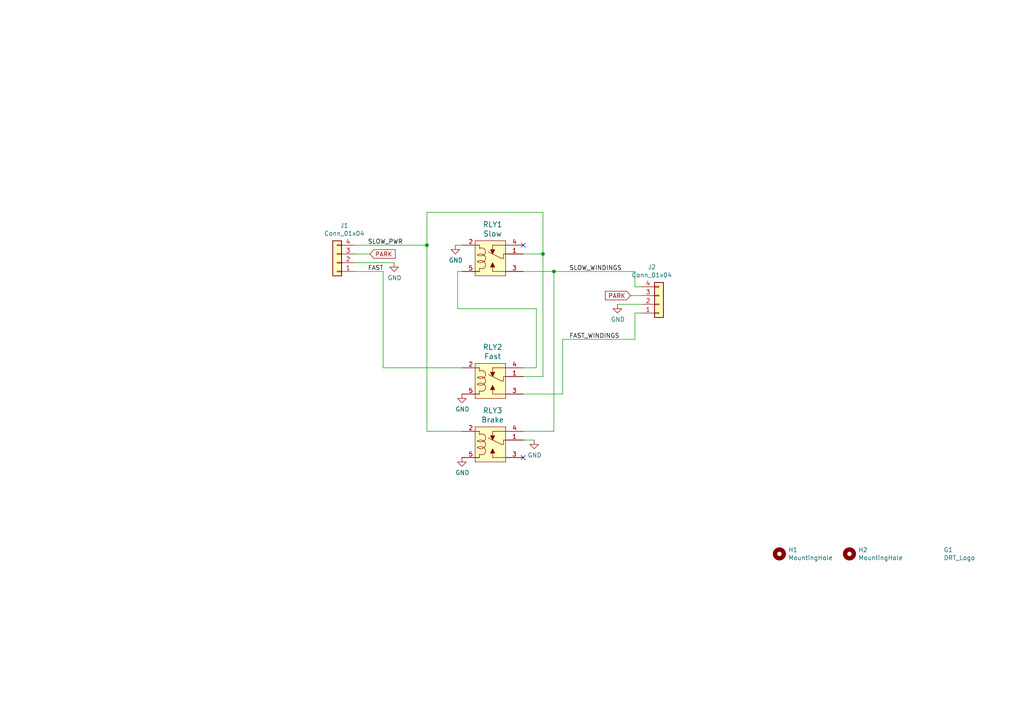
<source format=kicad_sch>
(kicad_sch (version 20230121) (generator eeschema)
  (paper "A4")
  (lib_symbols
    (symbol "Connector_Generic:Conn_01x04" (pin_names (offset 1.016) hide)
      (property "Reference" "J" (at 0 5.08 0))
      (property "Value" "Conn_01x04" (at 0 -7.62 0))
      (symbol "Conn_01x04_1_1"
        (rectangle (start -1.27 -4.953) (end 0 -5.207) (stroke (width 0.1524)))
        (rectangle (start -1.27 -2.413) (end 0 -2.667) (stroke (width 0.1524)))
        (rectangle (start -1.27 0.127) (end 0 -0.127) (stroke (width 0.1524)))
        (rectangle (start -1.27 2.667) (end 0 2.413) (stroke (width 0.1524)))
        (rectangle (start -1.27 3.81) (end 1.27 -6.35) (stroke (width 0.254)) (fill (type background)))
        (pin passive line (at -5.08 2.54 0) (length 3.81) (name "Pin_1") (number "1"))
        (pin passive line (at -5.08 0 0) (length 3.81) (name "Pin_2") (number "2"))
        (pin passive line (at -5.08 -2.54 0) (length 3.81) (name "Pin_3") (number "3"))
        (pin passive line (at -5.08 -5.08 0) (length 3.81) (name "Pin_4") (number "4"))
      )
    )
    (symbol "DRT_Logo:DRT_Logo" (pin_names (offset 1.016))
      (property "Reference" "G" (at 0 2.54 0))
      (property "Value" "DRT_Logo" (at 0 0 0))
    )
    (symbol "Mechanical:MountingHole" (pin_names (offset 1.016))
      (property "Reference" "H" (at 0 5.08 0))
      (property "Value" "MountingHole" (at 0 3.175 0))
      (symbol "MountingHole_0_1"
        (circle (center 0 0) (radius 1.27) (stroke (width 1.27)))
      )
    )
    (symbol "dk_Automotive-Relays:JSM1-12V-5" (pin_names (offset 0.0254) hide)
      (property "Reference" "RLY" (at -3.81 5.08 0))
      (property "Value" "JSM1-12V-5" (at 1.27 -8.89 0))
      (symbol "JSM1-12V-5_0_1"
        (rectangle (start -3.81 3.81) (end 5.08 -6.35) (fill (type background)))
        (arc (start -3.175 -2.2098) (mid -2.2251 -2.5197) (end -1.27 -2.2098))
        (arc (start -3.175 -0.3048) (mid -2.2212 -0.5353) (end -1.27 -0.3048))
        (arc (start -2.54 -4.1148) (mid -1.905 -4.2647) (end -1.27 -4.1148))
        (arc (start -1.27 -4.1148) (mid -0.7708 -3.168) (end -1.27 -2.2098))
        (arc (start -1.27 -2.2098) (mid -2.2199 -1.8999) (end -3.175 -2.2098))
        (arc (start -1.27 -2.2098) (mid -0.7708 -1.263) (end -1.27 -0.3048))
        (arc (start -1.27 -0.3048) (mid -2.2199 0.0051) (end -3.175 -0.3048))
        (arc (start -1.27 -0.3048) (mid -0.7708 0.642) (end -1.27 1.6002))
        (arc (start -1.27 1.6002) (mid -1.905 1.7501) (end -2.54 1.6002))
        (polyline (pts (xy -2.54 -5.0546) (xy -2.54 -4.1148)))
        (polyline (pts (xy -2.54 1.6002) (xy -2.54 2.54)))
        (polyline (pts (xy 1.27 -5.08) (xy 4.445 -5.08)))
        (polyline (pts (xy 3.81 -1.27) (xy 0 0.635)))
        (polyline (pts (xy 4.445 2.54) (xy 1.27 2.54)))
        (polyline (pts (xy 5.08 -5.08) (xy 4.445 -5.08)))
        (polyline (pts (xy 5.08 0) (xy 4.445 0)))
        (polyline (pts (xy 5.08 2.54) (xy 4.445 2.54)))
        (polyline (pts (xy 4.445 0) (xy 4.445 -1.27) (xy 3.81 -1.27)))
        (polyline (pts (xy 1.27 -5.08) (xy 1.27 -3.81) (xy 0.635 -3.81) (xy 1.27 -2.54) (xy 1.905 -3.81) (xy 1.27 -3.81)) (fill (type outline)))
        (polyline (pts (xy 1.27 2.54) (xy 1.27 1.27) (xy 0.635 1.27) (xy 1.27 0) (xy 1.905 1.27) (xy 1.27 1.27)) (fill (type outline)))
      )
      (symbol "JSM1-12V-5_1_1"
        (pin passive line (at 10.16 0 180) (length 5.08) (name "COM") (number "1"))
        (pin input line (at -7.62 2.54 0) (length 5.08) (name "~") (number "2"))
        (pin passive line (at 10.16 -5.08 180) (length 5.08) (name "NO") (number "3"))
        (pin passive line (at 10.16 2.54 180) (length 5.08) (name "NC") (number "4"))
        (pin input line (at -7.62 -5.08 0) (length 5.08) (name "~") (number "5"))
      )
    )
    (symbol "power:GND" (power) (pin_names (offset 0))
      (property "Value" "GND" (at 0 -3.81 0))
      (symbol "GND_0_1"
        (polyline (pts (xy 0 0) (xy 0 -1.27) (xy 1.27 -1.27) (xy 0 -2.54) (xy -1.27 -1.27) (xy 0 -1.27)))
      )
      (symbol "GND_1_1"
        (pin power_in line (at 0 0 270) (length 0) hide (name "GND") (number "1"))
      )
    )
  )
  (junction (at 160.655 78.74))
  (junction (at 123.825 71.12))
  (junction (at 157.48 73.66))
  (no_connect (at 151.765 132.715))
  (no_connect (at 151.765 71.12))
  (wire (pts (xy 160.655 78.74) (xy 184.15 78.74)))
  (wire (pts (xy 111.125 78.74) (xy 111.125 106.68)))
  (wire (pts (xy 151.765 106.68) (xy 155.575 106.68)))
  (wire (pts (xy 132.715 78.74) (xy 133.985 78.74)))
  (wire (pts (xy 123.825 125.095) (xy 133.985 125.095)))
  (wire (pts (xy 184.15 83.185) (xy 186.055 83.185)))
  (wire (pts (xy 184.15 90.805) (xy 186.055 90.805)))
  (wire (pts (xy 186.055 88.265) (xy 179.07 88.265)))
  (wire (pts (xy 155.575 106.68) (xy 155.575 89.535)))
  (wire (pts (xy 107.315 73.66) (xy 102.87 73.66)))
  (wire (pts (xy 155.575 89.535) (xy 132.715 89.535)))
  (wire (pts (xy 111.125 106.68) (xy 133.985 106.68)))
  (wire (pts (xy 184.15 78.74) (xy 184.15 83.185)))
  (wire (pts (xy 151.765 114.3) (xy 163.195 114.3)))
  (wire (pts (xy 151.765 73.66) (xy 157.48 73.66)))
  (wire (pts (xy 163.195 98.425) (xy 163.195 114.3)))
  (wire (pts (xy 132.715 89.535) (xy 132.715 78.74)))
  (wire (pts (xy 151.765 78.74) (xy 160.655 78.74)))
  (wire (pts (xy 163.195 98.425) (xy 184.15 98.425)))
  (wire (pts (xy 133.985 71.12) (xy 132.08 71.12)))
  (wire (pts (xy 123.825 61.595) (xy 157.48 61.595)))
  (wire (pts (xy 123.825 71.12) (xy 123.825 125.095)))
  (wire (pts (xy 160.655 125.095) (xy 160.655 78.74)))
  (wire (pts (xy 157.48 109.22) (xy 151.765 109.22)))
  (wire (pts (xy 154.94 127.635) (xy 151.765 127.635)))
  (wire (pts (xy 182.88 85.725) (xy 186.055 85.725)))
  (wire (pts (xy 114.3 76.2) (xy 102.87 76.2)))
  (wire (pts (xy 151.765 125.095) (xy 160.655 125.095)))
  (wire (pts (xy 102.87 78.74) (xy 111.125 78.74)))
  (wire (pts (xy 123.825 71.12) (xy 123.825 61.595)))
  (wire (pts (xy 157.48 61.595) (xy 157.48 73.66)))
  (wire (pts (xy 102.87 71.12) (xy 123.825 71.12)))
  (wire (pts (xy 184.15 98.425) (xy 184.15 90.805)))
  (wire (pts (xy 157.48 73.66) (xy 157.48 109.22)))
  (label "SLOW_WINDINGS" (at 165.1 78.74 0))
  (label "FAST_WINDINGS" (at 165.1 98.425 0))
  (label "FAST" (at 106.68 78.74 0))
  (label "SLOW_PWR" (at 106.68 71.12 0))
  (global_label "PARK" (shape input) (at 107.315 73.66 0) (property "Intersheetrefs" "${INTERSHEET_REFS}" (effects hide)))
  (global_label "PARK" (shape input) (at 182.88 85.725 180) (property "Intersheetrefs" "${INTERSHEET_REFS}" (effects hide)))
  (symbol (lib_id "dk_Automotive-Relays:JSM1-12V-5") (at 141.605 73.66 0) (unit 1)
    (property "Reference" "RLY1" (at 142.875 65.1002 0) (effects (font (size 1.524 1.524))))
    (property "Value" "Slow" (at 142.875 67.7926 0) (effects (font (size 1.524 1.524))))
    (property "Footprint" "digikey-footprints:Relay_JSM1-12V-5" (effects hide))
    (property "Datasheet" "https://media.digikey.com/pdf/Data%20Sheets/Panasonic%20Electric%20Works%20PDFs/JS-M_Series_Rev_Dec_2011.pdf" (effects hide))
    (property "Digi-Key_PN" "Z2617-ND" (effects hide))
    (property "MPN" "JSM1-12V-5" (effects hide))
    (property "Category" "Relays" (effects hide))
    (property "Family" "Automotive Relays" (effects hide))
    (property "DK_Datasheet_Link" "https://media.digikey.com/pdf/Data%20Sheets/Panasonic%20Electric%20Works%20PDFs/JS-M_Series_Rev_Dec_2011.pdf" (effects hide))
    (property "DK_Detail_Page" "/product-detail/en/panasonic-electric-works/JSM1-12V-5/255-1240-ND/274764" (effects hide))
    (property "Description" "RELAY AUTOMOTIVE SPDT 15A 12V" (effects hide))
    (property "Manufacturer" "Panasonic Electric Works" (effects hide))
    (property "Status" "Active" (effects hide))
  )
  (symbol (lib_id "dk_Automotive-Relays:JSM1-12V-5") (at 141.605 109.22 0) (unit 1)
    (property "Reference" "RLY2" (at 142.875 100.6602 0) (effects (font (size 1.524 1.524))))
    (property "Value" "Fast" (at 142.875 103.3526 0) (effects (font (size 1.524 1.524))))
    (property "Footprint" "digikey-footprints:Relay_JSM1-12V-5" (effects hide))
    (property "Datasheet" "https://media.digikey.com/pdf/Data%20Sheets/Panasonic%20Electric%20Works%20PDFs/JS-M_Series_Rev_Dec_2011.pdf" (effects hide))
    (property "Digi-Key_PN" "Z2617-ND" (effects hide))
    (property "MPN" "JSM1-12V-5" (effects hide))
    (property "Category" "Relays" (effects hide))
    (property "Family" "Automotive Relays" (effects hide))
    (property "DK_Datasheet_Link" "https://media.digikey.com/pdf/Data%20Sheets/Panasonic%20Electric%20Works%20PDFs/JS-M_Series_Rev_Dec_2011.pdf" (effects hide))
    (property "DK_Detail_Page" "/product-detail/en/panasonic-electric-works/JSM1-12V-5/255-1240-ND/274764" (effects hide))
    (property "Description" "RELAY AUTOMOTIVE SPDT 15A 12V" (effects hide))
    (property "Manufacturer" "Panasonic Electric Works" (effects hide))
    (property "Status" "Active" (effects hide))
  )
  (symbol (lib_id "dk_Automotive-Relays:JSM1-12V-5") (at 141.605 127.635 0) (unit 1)
    (property "Reference" "RLY3" (at 142.875 119.0752 0) (effects (font (size 1.524 1.524))))
    (property "Value" "Brake" (at 142.875 121.7676 0) (effects (font (size 1.524 1.524))))
    (property "Footprint" "digikey-footprints:Relay_JSM1-12V-5" (effects hide))
    (property "Datasheet" "https://media.digikey.com/pdf/Data%20Sheets/Panasonic%20Electric%20Works%20PDFs/JS-M_Series_Rev_Dec_2011.pdf" (effects hide))
    (property "Digi-Key_PN" "Z2617-ND" (effects hide))
    (property "MPN" "JSM1-12V-5" (effects hide))
    (property "Category" "Relays" (effects hide))
    (property "Family" "Automotive Relays" (effects hide))
    (property "DK_Datasheet_Link" "https://media.digikey.com/pdf/Data%20Sheets/Panasonic%20Electric%20Works%20PDFs/JS-M_Series_Rev_Dec_2011.pdf" (effects hide))
    (property "DK_Detail_Page" "/product-detail/en/panasonic-electric-works/JSM1-12V-5/255-1240-ND/274764" (effects hide))
    (property "Description" "RELAY AUTOMOTIVE SPDT 15A 12V" (effects hide))
    (property "Manufacturer" "Panasonic Electric Works" (effects hide))
    (property "Status" "Active" (effects hide))
  )
  (symbol (lib_id "power:GND") (at 133.985 114.3 0) (unit 1)
    (property "Reference" "#PWR0103" (effects hide))
    (property "Value" "GND" (at 134.112 118.6942 0))
  )
  (symbol (lib_id "power:GND") (at 133.985 132.715 0) (unit 1)
    (property "Reference" "#PWR0106" (effects hide))
    (property "Value" "GND" (at 134.112 137.1092 0))
  )
  (symbol (lib_id "power:GND") (at 154.94 127.635 0) (unit 1)
    (property "Reference" "#PWR0107" (effects hide))
    (property "Value" "GND" (at 155.067 132.0292 0))
  )
  (symbol (lib_id "power:GND") (at 114.3 76.2 0) (unit 1)
    (property "Reference" "#PWR0101" (effects hide))
    (property "Value" "GND" (at 114.427 80.5942 0))
  )
  (symbol (lib_id "power:GND") (at 179.07 88.265 0) (unit 1)
    (property "Reference" "#PWR0102" (effects hide))
    (property "Value" "GND" (at 179.197 92.6592 0))
  )
  (symbol (lib_id "DRT_Logo:DRT_Logo") (at 273.05 160.655 0) (unit 1)
    (property "Reference" "G1" (at 273.685 159.4866 0) (effects (justify left)))
    (property "Value" "DRT_Logo" (at 273.685 161.798 0) (effects (justify left)))
    (property "Footprint" "DRTLogo:DRTLogo" (effects hide))
  )
  (symbol (lib_id "Mechanical:MountingHole") (at 226.06 160.655 0) (unit 1)
    (property "Reference" "H1" (at 228.6 159.4866 0) (effects (justify left)))
    (property "Value" "MountingHole" (at 228.6 161.798 0) (effects (justify left)))
    (property "Footprint" "MountingHole:MountingHole_4.3mm_M4_DIN965_Pad" (effects hide))
  )
  (symbol (lib_id "Mechanical:MountingHole") (at 246.38 160.655 0) (unit 1)
    (property "Reference" "H2" (at 248.92 159.4866 0) (effects (justify left)))
    (property "Value" "MountingHole" (at 248.92 161.798 0) (effects (justify left)))
    (property "Footprint" "MountingHole:MountingHole_4.3mm_M4_DIN965_Pad" (effects hide))
  )
  (symbol (lib_id "Connector_Generic:Conn_01x04") (at 191.135 88.265 0) (mirror x) (unit 1)
    (property "Reference" "J2" (at 189.0522 77.47 0))
    (property "Value" "Conn_01x04" (at 189.0522 79.7814 0))
    (property "Footprint" "Deutsch_DT:DTF13-4P" (effects hide))
    (property "Digi-Key_PN" "1734-1646-ND" (effects hide))
  )
  (symbol (lib_id "Connector_Generic:Conn_01x04") (at 97.79 76.2 180) (unit 1)
    (property "Reference" "J1" (at 99.8728 65.405 0))
    (property "Value" "Conn_01x04" (at 99.8728 67.7164 0))
    (property "Footprint" "Deutsch_DT:DTF13-4P" (effects hide))
    (property "Digi-Key_PN" "1734-1646-ND" (effects hide))
  )
  (symbol (lib_id "power:GND") (at 132.08 71.12 0) (unit 1)
    (property "Reference" "#PWR0104" (effects hide))
    (property "Value" "GND" (at 132.207 75.5142 0))
  )
)
</source>
